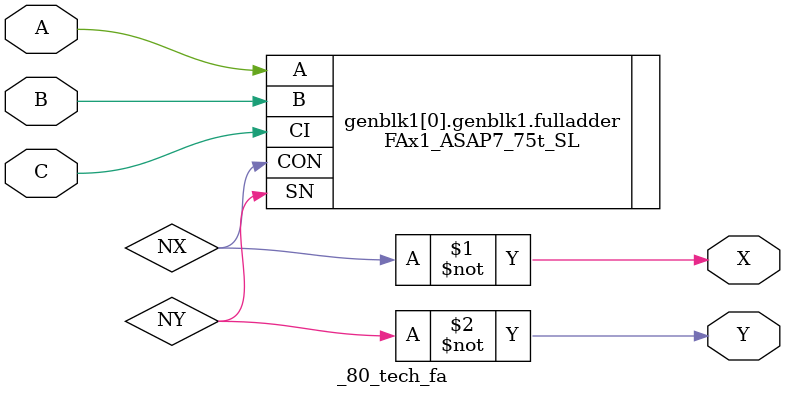
<source format=v>

(* abc9_box, lib_whitebox, techmap_celltype = "$fa" *)
module _80_tech_fa (A, B, C, X, Y);
  parameter WIDTH = 1;
  (* force_downto *)
    input [WIDTH-1 : 0] A, B, C;
  (* force_downto *)
    output [WIDTH-1 : 0] X, Y;

  wire [WIDTH-1 : 0] NX, NY;
    
  parameter _TECHMAP_CONSTVAL_A_ = WIDTH'bx;
  parameter _TECHMAP_CONSTVAL_B_ = WIDTH'bx;
  parameter _TECHMAP_CONSTVAL_C_ = WIDTH'bx;
  
  genvar i;
  generate for (i = 0; i < WIDTH; i = i + 1) begin
      if (_TECHMAP_CONSTVAL_A_[i] === 1'b0 || _TECHMAP_CONSTVAL_B_[i] === 1'b0 || _TECHMAP_CONSTVAL_C_[i] === 1'b0) begin
        if (_TECHMAP_CONSTVAL_C_[i] === 1'b0) begin
          HAxp5_ASAP7_75t_SL halfadder_Cconst (
              .A(A[i]),
              .B(B[i]),
              .CON(NX[i]), .SN(NY[i])
            );
        end 
        else begin
          if (_TECHMAP_CONSTVAL_B_[i] === 1'b0) begin
            HAxp5_ASAP7_75t_SL halfadder_Bconst (
                .A(A[i]),
                .B(C[i]),
                .CON(NX[i]), .SN(NY[i])
              );
          end
          else begin
            HAxp5_ASAP7_75t_SL halfadder_Aconst (
                .A(B[i]),
                .B(C[i]),
                .CON(NX[i]), .SN(NY[i])
              );
          end
        end
      end
      else begin
        FAx1_ASAP7_75t_SL fulladder (
            .A(A[i]), .B(B[i]), .CI(C[i]), .CON(NX[i]), .SN(NY[i])
          );
      end

      assign X[i] = ~NX[i];
      assign Y[i] = ~NY[i];
    
    end endgenerate

endmodule

</source>
